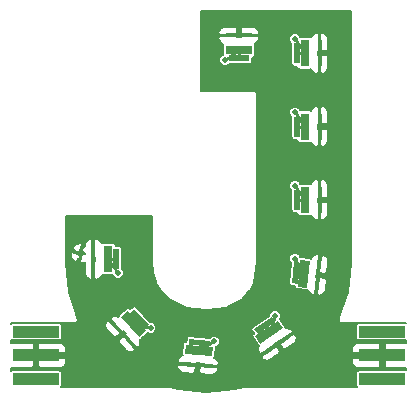
<source format=gtl>
G04 #@! TF.FileFunction,Copper,L1,Top,Signal*
%FSLAX46Y46*%
G04 Gerber Fmt 4.6, Leading zero omitted, Abs format (unit mm)*
G04 Created by KiCad (PCBNEW 4.0.0-rc2-stable) date 3/3/2016 3:45:09 PM*
%MOMM*%
G01*
G04 APERTURE LIST*
%ADD10C,0.150000*%
%ADD11R,0.500000X1.800000*%
%ADD12R,0.320000X2.300000*%
%ADD13R,0.800000X2.300000*%
%ADD14C,0.500000*%
%ADD15R,1.800000X0.500000*%
%ADD16R,2.300000X0.320000*%
%ADD17R,2.300000X0.800000*%
%ADD18R,4.000000X1.000000*%
%ADD19C,0.600000*%
%ADD20C,0.254000*%
%ADD21C,0.152400*%
G04 APERTURE END LIST*
D10*
D11*
X55799590Y-40035686D03*
D12*
X53899590Y-40035686D03*
D13*
X55149590Y-40035686D03*
D14*
X55999590Y-41235686D03*
D10*
G36*
X57367855Y-44275490D02*
X58581651Y-45604663D01*
X58212437Y-45941828D01*
X56998641Y-44612655D01*
X57367855Y-44275490D01*
X57367855Y-44275490D01*
G37*
G36*
X55729799Y-45432801D02*
X57280760Y-47131189D01*
X57044463Y-47346975D01*
X55493502Y-45648587D01*
X55729799Y-45432801D01*
X55729799Y-45432801D01*
G37*
G36*
X56830058Y-44428048D02*
X58381019Y-46126435D01*
X57790276Y-46665900D01*
X56239315Y-44967513D01*
X56830058Y-44428048D01*
X56830058Y-44428048D01*
G37*
D14*
X58747029Y-45859908D03*
D10*
G36*
X62013594Y-46795943D02*
X63808175Y-46935511D01*
X63769406Y-47434005D01*
X61974825Y-47294437D01*
X62013594Y-46795943D01*
X62013594Y-46795943D01*
G37*
G36*
X61610046Y-48760566D02*
X63903122Y-48938903D01*
X63878310Y-49257940D01*
X61585234Y-49079603D01*
X61610046Y-48760566D01*
X61610046Y-48760566D01*
G37*
G36*
X61725577Y-47275053D02*
X64018653Y-47453390D01*
X63956623Y-48250981D01*
X61663547Y-48072644D01*
X61725577Y-47275053D01*
X61725577Y-47275053D01*
G37*
D14*
X64103395Y-47008621D03*
D10*
G36*
X67511245Y-45982797D02*
X68997921Y-44968009D01*
X69279807Y-45380975D01*
X67793131Y-46395763D01*
X67511245Y-45982797D01*
X67511245Y-45982797D01*
G37*
G36*
X68426667Y-47767343D02*
X70326308Y-46470669D01*
X70506715Y-46734967D01*
X68607074Y-48031641D01*
X68426667Y-47767343D01*
X68426667Y-47767343D01*
G37*
G36*
X67586648Y-46536705D02*
X69486289Y-45240032D01*
X69937306Y-45900777D01*
X68037665Y-47197450D01*
X67586648Y-46536705D01*
X67586648Y-46536705D01*
G37*
D14*
X69273889Y-44840174D03*
D10*
G36*
X70707228Y-42079476D02*
X70881199Y-40287903D01*
X71378858Y-40336228D01*
X71204887Y-42127801D01*
X70707228Y-42079476D01*
X70707228Y-42079476D01*
G37*
G36*
X72663749Y-42520641D02*
X72886045Y-40231409D01*
X73204547Y-40262337D01*
X72982251Y-42551569D01*
X72663749Y-42520641D01*
X72663749Y-42520641D01*
G37*
G36*
X71180724Y-42376631D02*
X71403021Y-40087399D01*
X72199276Y-40164719D01*
X71976979Y-42453951D01*
X71180724Y-42376631D01*
X71180724Y-42376631D01*
G37*
D14*
X70959961Y-39994140D03*
D11*
X71143080Y-35021465D03*
D12*
X73043080Y-35021465D03*
D13*
X71793080Y-35021465D03*
D14*
X70943080Y-33821465D03*
D11*
X71143080Y-28815262D03*
D12*
X73043080Y-28815262D03*
D13*
X71793080Y-28815262D03*
D14*
X70943080Y-27615262D03*
D11*
X71143080Y-22609060D03*
D12*
X73043080Y-22609060D03*
D13*
X71793080Y-22609060D03*
D14*
X70943080Y-21409060D03*
D15*
X66223305Y-23004706D03*
D16*
X66223305Y-21104706D03*
D17*
X66223305Y-22354706D03*
D14*
X65023305Y-23204706D03*
D18*
X78367330Y-50192207D03*
X78367330Y-48192207D03*
X78367330Y-46192207D03*
D19*
X77367330Y-50192207D03*
X77367330Y-48192207D03*
X77367330Y-46192207D03*
D18*
X49020836Y-46192207D03*
X49020836Y-48192207D03*
X49020836Y-50192207D03*
D19*
X50020836Y-46192207D03*
X50020836Y-48192207D03*
X50020836Y-50192207D03*
D14*
X52822855Y-39559970D03*
D20*
X55800000Y-40040000D02*
X55150000Y-40040000D01*
X55800000Y-40040000D02*
X55150000Y-40040000D01*
X55800000Y-40040000D02*
X55150000Y-40040000D01*
X55800000Y-40040000D02*
X55150000Y-40040000D01*
X55800000Y-40040000D02*
X55150000Y-40040000D01*
X55800000Y-40040000D02*
X55150000Y-40040000D01*
X55800000Y-40040000D02*
X55150000Y-40040000D01*
X55800000Y-40040000D02*
X55150000Y-40040000D01*
X55800000Y-40040000D02*
X55150000Y-40040000D01*
X55150000Y-40040000D02*
X56000000Y-41240000D01*
X55150000Y-40040000D02*
X56000000Y-41240000D01*
X55150000Y-40040000D02*
X56000000Y-41240000D01*
X55150000Y-40040000D02*
X56000000Y-41240000D01*
X55150000Y-40040000D02*
X56000000Y-41240000D01*
X55150000Y-40040000D02*
X56000000Y-41240000D01*
X55150000Y-40040000D02*
X56000000Y-41240000D01*
X55150000Y-40040000D02*
X56000000Y-41240000D01*
X55150000Y-40040000D02*
X56000000Y-41240000D01*
X57790000Y-45110000D02*
X57310000Y-45550000D01*
X57790000Y-45110000D02*
X57310000Y-45550000D01*
X57790000Y-45110000D02*
X57310000Y-45550000D01*
X57790000Y-45110000D02*
X57310000Y-45550000D01*
X57790000Y-45110000D02*
X57310000Y-45550000D01*
X57790000Y-45110000D02*
X57310000Y-45550000D01*
X57790000Y-45110000D02*
X57310000Y-45550000D01*
X57790000Y-45110000D02*
X57310000Y-45550000D01*
X57790000Y-45110000D02*
X57310000Y-45550000D01*
X57310000Y-45550000D02*
X58750000Y-45860000D01*
X57310000Y-45550000D02*
X58750000Y-45860000D01*
X57310000Y-45550000D02*
X58750000Y-45860000D01*
X57310000Y-45550000D02*
X58750000Y-45860000D01*
X57310000Y-45550000D02*
X58750000Y-45860000D01*
X57310000Y-45550000D02*
X58750000Y-45860000D01*
X57310000Y-45550000D02*
X58750000Y-45860000D01*
X57310000Y-45550000D02*
X58750000Y-45860000D01*
X57310000Y-45550000D02*
X58750000Y-45860000D01*
X62890000Y-47110000D02*
X62840000Y-47760000D01*
X62890000Y-47110000D02*
X62840000Y-47760000D01*
X62890000Y-47110000D02*
X62840000Y-47760000D01*
X62890000Y-47110000D02*
X62840000Y-47760000D01*
X62890000Y-47110000D02*
X62840000Y-47760000D01*
X62890000Y-47110000D02*
X62840000Y-47760000D01*
X62890000Y-47110000D02*
X62840000Y-47760000D01*
X62890000Y-47110000D02*
X62840000Y-47760000D01*
X62890000Y-47110000D02*
X62840000Y-47760000D01*
X62840000Y-47760000D02*
X64100000Y-47010000D01*
X62840000Y-47760000D02*
X64100000Y-47010000D01*
X62840000Y-47760000D02*
X64100000Y-47010000D01*
X62840000Y-47760000D02*
X64100000Y-47010000D01*
X62840000Y-47760000D02*
X64100000Y-47010000D01*
X62840000Y-47760000D02*
X64100000Y-47010000D01*
X62840000Y-47760000D02*
X64100000Y-47010000D01*
X62840000Y-47760000D02*
X64100000Y-47010000D01*
X62840000Y-47760000D02*
X64100000Y-47010000D01*
X68400000Y-45680000D02*
X68760000Y-46220000D01*
X68400000Y-45680000D02*
X68760000Y-46220000D01*
X68400000Y-45680000D02*
X68760000Y-46220000D01*
X68400000Y-45680000D02*
X68760000Y-46220000D01*
X68400000Y-45680000D02*
X68760000Y-46220000D01*
X68400000Y-45680000D02*
X68760000Y-46220000D01*
X68400000Y-45680000D02*
X68760000Y-46220000D01*
X68400000Y-45680000D02*
X68760000Y-46220000D01*
X68400000Y-45680000D02*
X68760000Y-46220000D01*
X68760000Y-46220000D02*
X69270000Y-44840000D01*
X68760000Y-46220000D02*
X69270000Y-44840000D01*
X68760000Y-46220000D02*
X69270000Y-44840000D01*
X68760000Y-46220000D02*
X69270000Y-44840000D01*
X68760000Y-46220000D02*
X69270000Y-44840000D01*
X68760000Y-46220000D02*
X69270000Y-44840000D01*
X68760000Y-46220000D02*
X69270000Y-44840000D01*
X68760000Y-46220000D02*
X69270000Y-44840000D01*
X68760000Y-46220000D02*
X69270000Y-44840000D01*
X71040000Y-41210000D02*
X71690000Y-41270000D01*
X71040000Y-41210000D02*
X71690000Y-41270000D01*
X71040000Y-41210000D02*
X71690000Y-41270000D01*
X71040000Y-41210000D02*
X71690000Y-41270000D01*
X71040000Y-41210000D02*
X71690000Y-41270000D01*
X71040000Y-41210000D02*
X71690000Y-41270000D01*
X71040000Y-41210000D02*
X71690000Y-41270000D01*
X71040000Y-41210000D02*
X71690000Y-41270000D01*
X71040000Y-41210000D02*
X71690000Y-41270000D01*
X71690000Y-41270000D02*
X70960000Y-39990000D01*
X71690000Y-41270000D02*
X70960000Y-39990000D01*
X71690000Y-41270000D02*
X70960000Y-39990000D01*
X71690000Y-41270000D02*
X70960000Y-39990000D01*
X71690000Y-41270000D02*
X70960000Y-39990000D01*
X71690000Y-41270000D02*
X70960000Y-39990000D01*
X71690000Y-41270000D02*
X70960000Y-39990000D01*
X71690000Y-41270000D02*
X70960000Y-39990000D01*
X71690000Y-41270000D02*
X70960000Y-39990000D01*
X71140000Y-35020000D02*
X71790000Y-35020000D01*
X71140000Y-35020000D02*
X71790000Y-35020000D01*
X71140000Y-35020000D02*
X71790000Y-35020000D01*
X71140000Y-35020000D02*
X71790000Y-35020000D01*
X71140000Y-35020000D02*
X71790000Y-35020000D01*
X71140000Y-35020000D02*
X71790000Y-35020000D01*
X71140000Y-35020000D02*
X71790000Y-35020000D01*
X71140000Y-35020000D02*
X71790000Y-35020000D01*
X71140000Y-35020000D02*
X71790000Y-35020000D01*
X71790000Y-35020000D02*
X70940000Y-33820000D01*
X71790000Y-35020000D02*
X70940000Y-33820000D01*
X71790000Y-35020000D02*
X70940000Y-33820000D01*
X71790000Y-35020000D02*
X70940000Y-33820000D01*
X71790000Y-35020000D02*
X70940000Y-33820000D01*
X71790000Y-35020000D02*
X70940000Y-33820000D01*
X71790000Y-35020000D02*
X70940000Y-33820000D01*
X71790000Y-35020000D02*
X70940000Y-33820000D01*
X71790000Y-35020000D02*
X70940000Y-33820000D01*
X71140000Y-28820000D02*
X71790000Y-28820000D01*
X71140000Y-28820000D02*
X71790000Y-28820000D01*
X71140000Y-28820000D02*
X71790000Y-28820000D01*
X71140000Y-28820000D02*
X71790000Y-28820000D01*
X71140000Y-28820000D02*
X71790000Y-28820000D01*
X71140000Y-28820000D02*
X71790000Y-28820000D01*
X71140000Y-28820000D02*
X71790000Y-28820000D01*
X71140000Y-28820000D02*
X71790000Y-28820000D01*
X71140000Y-28820000D02*
X71790000Y-28820000D01*
X71790000Y-28820000D02*
X70940000Y-27620000D01*
X71790000Y-28820000D02*
X70940000Y-27620000D01*
X71790000Y-28820000D02*
X70940000Y-27620000D01*
X71790000Y-28820000D02*
X70940000Y-27620000D01*
X71790000Y-28820000D02*
X70940000Y-27620000D01*
X71790000Y-28820000D02*
X70940000Y-27620000D01*
X71790000Y-28820000D02*
X70940000Y-27620000D01*
X71790000Y-28820000D02*
X70940000Y-27620000D01*
X71790000Y-28820000D02*
X70940000Y-27620000D01*
X71140000Y-22610000D02*
X71790000Y-22610000D01*
X71140000Y-22610000D02*
X71790000Y-22610000D01*
X71140000Y-22610000D02*
X71790000Y-22610000D01*
X71140000Y-22610000D02*
X71790000Y-22610000D01*
X71140000Y-22610000D02*
X71790000Y-22610000D01*
X71140000Y-22610000D02*
X71790000Y-22610000D01*
X71140000Y-22610000D02*
X71790000Y-22610000D01*
X71140000Y-22610000D02*
X71790000Y-22610000D01*
X71140000Y-22610000D02*
X71790000Y-22610000D01*
X71790000Y-22610000D02*
X70940000Y-21410000D01*
X71790000Y-22610000D02*
X70940000Y-21410000D01*
X71790000Y-22610000D02*
X70940000Y-21410000D01*
X71790000Y-22610000D02*
X70940000Y-21410000D01*
X71790000Y-22610000D02*
X70940000Y-21410000D01*
X71790000Y-22610000D02*
X70940000Y-21410000D01*
X71790000Y-22610000D02*
X70940000Y-21410000D01*
X71790000Y-22610000D02*
X70940000Y-21410000D01*
X71790000Y-22610000D02*
X70940000Y-21410000D01*
X66220000Y-23000000D02*
X66220000Y-22350000D01*
X66220000Y-23000000D02*
X66220000Y-22350000D01*
X66220000Y-23000000D02*
X66220000Y-22350000D01*
X66220000Y-23000000D02*
X66220000Y-22350000D01*
X66220000Y-23000000D02*
X66220000Y-22350000D01*
X66220000Y-23000000D02*
X66220000Y-22350000D01*
X66220000Y-23000000D02*
X66220000Y-22350000D01*
X66220000Y-23000000D02*
X66220000Y-22350000D01*
X66220000Y-23000000D02*
X66220000Y-22350000D01*
X66220000Y-22350000D02*
X65020000Y-23200000D01*
X66220000Y-22350000D02*
X65020000Y-23200000D01*
X66220000Y-22350000D02*
X65020000Y-23200000D01*
X66220000Y-22350000D02*
X65020000Y-23200000D01*
X66220000Y-22350000D02*
X65020000Y-23200000D01*
X66220000Y-22350000D02*
X65020000Y-23200000D01*
X66220000Y-22350000D02*
X65020000Y-23200000D01*
X66220000Y-22350000D02*
X65020000Y-23200000D01*
X66220000Y-22350000D02*
X65020000Y-23200000D01*
D21*
G36*
X75701400Y-40346108D02*
X75456025Y-42799863D01*
X74708338Y-44965240D01*
X74688191Y-44995461D01*
X74677773Y-45020687D01*
X74662607Y-45043384D01*
X74657226Y-45070438D01*
X74646696Y-45095934D01*
X74646725Y-45123231D01*
X74641400Y-45150000D01*
X74646781Y-45177053D01*
X74646810Y-45204638D01*
X74657282Y-45229845D01*
X74662607Y-45256616D01*
X74677931Y-45279550D01*
X74688514Y-45305024D01*
X74707835Y-45324305D01*
X74723000Y-45347000D01*
X74745937Y-45362326D01*
X74765461Y-45381809D01*
X74790687Y-45392227D01*
X74813384Y-45407393D01*
X74840438Y-45412774D01*
X74865934Y-45423304D01*
X74893231Y-45423275D01*
X74920000Y-45428600D01*
X80401400Y-45428600D01*
X80401400Y-45466028D01*
X80367330Y-45459129D01*
X76367330Y-45459129D01*
X76282616Y-45475069D01*
X76204812Y-45525135D01*
X76152615Y-45601527D01*
X76134252Y-45692207D01*
X76134252Y-46692207D01*
X76150192Y-46776921D01*
X76200258Y-46854725D01*
X76276650Y-46906922D01*
X76367330Y-46925285D01*
X80367330Y-46925285D01*
X80401400Y-46918874D01*
X80401400Y-47108007D01*
X78691180Y-47108007D01*
X78545130Y-47254057D01*
X78545130Y-48014407D01*
X78565130Y-48014407D01*
X78565130Y-48370007D01*
X78545130Y-48370007D01*
X78545130Y-49130357D01*
X78691180Y-49276407D01*
X80401400Y-49276407D01*
X80401400Y-49466028D01*
X80367330Y-49459129D01*
X76367330Y-49459129D01*
X76282616Y-49475069D01*
X76204812Y-49525135D01*
X76152615Y-49601527D01*
X76134252Y-49692207D01*
X76134252Y-50692207D01*
X76150192Y-50776921D01*
X76200258Y-50854725D01*
X76224662Y-50871400D01*
X66690000Y-50871400D01*
X66657336Y-50877897D01*
X66624064Y-50879315D01*
X65865931Y-51063988D01*
X63470044Y-51250553D01*
X61084959Y-51064065D01*
X60347570Y-50879718D01*
X60313476Y-50878059D01*
X60280000Y-50871400D01*
X51164518Y-50871400D01*
X51183354Y-50859279D01*
X51235551Y-50782887D01*
X51253914Y-50692207D01*
X51253914Y-49692207D01*
X51237974Y-49607493D01*
X51187908Y-49529689D01*
X51111516Y-49477492D01*
X51020836Y-49459129D01*
X47020836Y-49459129D01*
X46936122Y-49475069D01*
X46908600Y-49492779D01*
X46908600Y-49276407D01*
X48696986Y-49276407D01*
X48843036Y-49130357D01*
X48843036Y-48370007D01*
X48823036Y-48370007D01*
X48823036Y-48130540D01*
X49121424Y-48130540D01*
X49166289Y-48479424D01*
X49198636Y-48557517D01*
X49198636Y-49130357D01*
X49344686Y-49276407D01*
X51137040Y-49276407D01*
X51351758Y-49187468D01*
X51389066Y-49150160D01*
X60993783Y-49150160D01*
X61065805Y-49371128D01*
X61216907Y-49547714D01*
X61424082Y-49653034D01*
X61655792Y-49671054D01*
X62363599Y-49726102D01*
X62488311Y-49619388D01*
X62875064Y-49619388D01*
X63009349Y-49776323D01*
X63717157Y-49831371D01*
X63948866Y-49849391D01*
X64169834Y-49777369D01*
X64346421Y-49626268D01*
X64451741Y-49419092D01*
X64455630Y-49369088D01*
X64321344Y-49212154D01*
X62915240Y-49102798D01*
X62875064Y-49619388D01*
X62488311Y-49619388D01*
X62520534Y-49591816D01*
X62560710Y-49075226D01*
X61154606Y-48965871D01*
X60997672Y-49100156D01*
X60993783Y-49150160D01*
X51389066Y-49150160D01*
X51516097Y-49023130D01*
X51605036Y-48808412D01*
X51605036Y-48649418D01*
X61032726Y-48649418D01*
X61167012Y-48806352D01*
X62573116Y-48915708D01*
X62579319Y-48835948D01*
X62933849Y-48863521D01*
X62927646Y-48943280D01*
X64333750Y-49052635D01*
X64490684Y-48918350D01*
X64494573Y-48868346D01*
X64422551Y-48647378D01*
X64271449Y-48470792D01*
X64162780Y-48415549D01*
X68161802Y-48415549D01*
X68190078Y-48456973D01*
X68384587Y-48584174D01*
X68612969Y-48627256D01*
X68840452Y-48579662D01*
X69032406Y-48448637D01*
X69618772Y-48048390D01*
X69657060Y-47845424D01*
X69364942Y-47417468D01*
X68200090Y-48212583D01*
X68161802Y-48415549D01*
X64162780Y-48415549D01*
X64130588Y-48399184D01*
X64163660Y-48358037D01*
X64188999Y-48269053D01*
X64251029Y-47471462D01*
X64250405Y-47465724D01*
X64374146Y-47414595D01*
X64508895Y-47280080D01*
X64581911Y-47104238D01*
X64582078Y-46913839D01*
X64509369Y-46737870D01*
X64374854Y-46603121D01*
X64199012Y-46530105D01*
X64008613Y-46529938D01*
X63832644Y-46602647D01*
X63738794Y-46696334D01*
X62031666Y-46563567D01*
X61945972Y-46572890D01*
X61864519Y-46616772D01*
X61806557Y-46688887D01*
X61781218Y-46777871D01*
X61760521Y-47043989D01*
X61743649Y-47042677D01*
X61657954Y-47052000D01*
X61576502Y-47095883D01*
X61518540Y-47167997D01*
X61493201Y-47256981D01*
X61431171Y-48054572D01*
X61440494Y-48140266D01*
X61468502Y-48192253D01*
X61318522Y-48241137D01*
X61141935Y-48392238D01*
X61036615Y-48599414D01*
X61032726Y-48649418D01*
X51605036Y-48649418D01*
X51605036Y-48516057D01*
X51458986Y-48370007D01*
X50888756Y-48370007D01*
X50920248Y-48253874D01*
X50889454Y-48014407D01*
X51458986Y-48014407D01*
X51605036Y-47868357D01*
X51605036Y-47576002D01*
X51516097Y-47361284D01*
X51351758Y-47196946D01*
X51192225Y-47130865D01*
X56055974Y-47130865D01*
X56534712Y-47655110D01*
X56691433Y-47826727D01*
X56901899Y-47925307D01*
X57134070Y-47935841D01*
X57352598Y-47856726D01*
X57389634Y-47822904D01*
X57398995Y-47616571D01*
X56447953Y-46575127D01*
X56065336Y-46924532D01*
X56055974Y-47130865D01*
X51192225Y-47130865D01*
X51137040Y-47108007D01*
X49344686Y-47108007D01*
X49198636Y-47254057D01*
X49198636Y-47845809D01*
X49121424Y-48130540D01*
X48823036Y-48130540D01*
X48823036Y-48014407D01*
X48843036Y-48014407D01*
X48843036Y-47254057D01*
X48696986Y-47108007D01*
X46908600Y-47108007D01*
X46908600Y-46892193D01*
X46930156Y-46906922D01*
X47020836Y-46925285D01*
X51020836Y-46925285D01*
X51105550Y-46909345D01*
X51183354Y-46859279D01*
X51235551Y-46782887D01*
X51253914Y-46692207D01*
X51253914Y-45738195D01*
X54904636Y-45738195D01*
X54983751Y-45956723D01*
X55140472Y-46128341D01*
X55619210Y-46652585D01*
X55825544Y-46661946D01*
X56208161Y-46312542D01*
X55257118Y-45271098D01*
X55050784Y-45261737D01*
X55013748Y-45295558D01*
X54915169Y-45506024D01*
X54904636Y-45738195D01*
X51253914Y-45738195D01*
X51253914Y-45692207D01*
X51237974Y-45607493D01*
X51187908Y-45529689D01*
X51111516Y-45477492D01*
X51020836Y-45459129D01*
X47020836Y-45459129D01*
X46936122Y-45475069D01*
X46908600Y-45492779D01*
X46908600Y-45428600D01*
X52320000Y-45428600D01*
X52346769Y-45423275D01*
X52374066Y-45423304D01*
X52399562Y-45412774D01*
X52426616Y-45407393D01*
X52449313Y-45392227D01*
X52474539Y-45381809D01*
X52494063Y-45362326D01*
X52517000Y-45347000D01*
X52532165Y-45324305D01*
X52551486Y-45305024D01*
X52562069Y-45279550D01*
X52577393Y-45256616D01*
X52582718Y-45229845D01*
X52593190Y-45204638D01*
X52593219Y-45177053D01*
X52595973Y-45163205D01*
X55375267Y-45163205D01*
X56326309Y-46204649D01*
X56385383Y-46150702D01*
X56625176Y-46413287D01*
X56566101Y-46467234D01*
X57517144Y-47508678D01*
X57723478Y-47518039D01*
X57760514Y-47484218D01*
X57859093Y-47273752D01*
X57869626Y-47041581D01*
X57815834Y-46893000D01*
X57868104Y-46885600D01*
X57947448Y-46838012D01*
X58538191Y-46298547D01*
X58542280Y-46293109D01*
X58651412Y-46338424D01*
X58841811Y-46338591D01*
X59017780Y-46265882D01*
X59152529Y-46131367D01*
X59195055Y-46028951D01*
X67282782Y-46028951D01*
X67318739Y-46114200D01*
X67469222Y-46334659D01*
X67455245Y-46344199D01*
X67394264Y-46405123D01*
X67358228Y-46490338D01*
X67358185Y-46582859D01*
X67394142Y-46668108D01*
X67845159Y-47328853D01*
X67906083Y-47389834D01*
X67960471Y-47412834D01*
X67874134Y-47544856D01*
X67831051Y-47773237D01*
X67878645Y-48000721D01*
X67906921Y-48042145D01*
X68109887Y-48080434D01*
X69274739Y-47285319D01*
X69229637Y-47219244D01*
X69232937Y-47216991D01*
X69658643Y-47216991D01*
X69950761Y-47644947D01*
X70153727Y-47683236D01*
X70310825Y-47576002D01*
X75783130Y-47576002D01*
X75783130Y-47868357D01*
X75929180Y-48014407D01*
X76499410Y-48014407D01*
X76467918Y-48130540D01*
X76498712Y-48370007D01*
X75929180Y-48370007D01*
X75783130Y-48516057D01*
X75783130Y-48808412D01*
X75872069Y-49023130D01*
X76036408Y-49187468D01*
X76251126Y-49276407D01*
X78043480Y-49276407D01*
X78189530Y-49130357D01*
X78189530Y-48538605D01*
X78266742Y-48253874D01*
X78221877Y-47904990D01*
X78189530Y-47826897D01*
X78189530Y-47254057D01*
X78043480Y-47108007D01*
X76251126Y-47108007D01*
X76036408Y-47196946D01*
X75872069Y-47361284D01*
X75783130Y-47576002D01*
X70310825Y-47576002D01*
X70740093Y-47282989D01*
X70932047Y-47151964D01*
X71059248Y-46957454D01*
X71102331Y-46729073D01*
X71054737Y-46501589D01*
X71026461Y-46460165D01*
X70823495Y-46421876D01*
X69658643Y-47216991D01*
X69232937Y-47216991D01*
X69523338Y-47018767D01*
X69568440Y-47084842D01*
X70733292Y-46289727D01*
X70771580Y-46086761D01*
X70743304Y-46045337D01*
X70548795Y-45918136D01*
X70320413Y-45875054D01*
X70165744Y-45907414D01*
X70165769Y-45854623D01*
X70129812Y-45769374D01*
X69679940Y-45110306D01*
X69752405Y-44935791D01*
X69752572Y-44745392D01*
X69679863Y-44569423D01*
X69545348Y-44434674D01*
X69369506Y-44361658D01*
X69179107Y-44361491D01*
X69003138Y-44434200D01*
X68868389Y-44568715D01*
X68795373Y-44744557D01*
X68795303Y-44824113D01*
X67379842Y-45790291D01*
X67318861Y-45851215D01*
X67282825Y-45936430D01*
X67282782Y-46028951D01*
X59195055Y-46028951D01*
X59225545Y-45955525D01*
X59225712Y-45765126D01*
X59153003Y-45589157D01*
X59018488Y-45454408D01*
X58842646Y-45381392D01*
X58693282Y-45381261D01*
X57539967Y-44118318D01*
X57471071Y-44066512D01*
X57381635Y-44042820D01*
X57290027Y-44055790D01*
X57210683Y-44103378D01*
X57013581Y-44283371D01*
X57002170Y-44270876D01*
X56933274Y-44219070D01*
X56843838Y-44195378D01*
X56752230Y-44208348D01*
X56672886Y-44255936D01*
X56082143Y-44795401D01*
X56030337Y-44864297D01*
X56015216Y-44921380D01*
X55872363Y-44854469D01*
X55640192Y-44843935D01*
X55421664Y-44923050D01*
X55384628Y-44956872D01*
X55375267Y-45163205D01*
X52595973Y-45163205D01*
X52598600Y-45150000D01*
X52593275Y-45123231D01*
X52593304Y-45095934D01*
X52582774Y-45070438D01*
X52577393Y-45043384D01*
X52562227Y-45020687D01*
X52551809Y-44995461D01*
X52533568Y-44968100D01*
X51844485Y-42803797D01*
X51608600Y-40346658D01*
X51608600Y-39551822D01*
X51972350Y-39551822D01*
X52033973Y-39877916D01*
X52120792Y-40010583D01*
X52096761Y-40034614D01*
X52211801Y-40149654D01*
X52215696Y-40155606D01*
X52229793Y-40167646D01*
X52348211Y-40286064D01*
X52376296Y-40257979D01*
X52727491Y-40257979D01*
X52814707Y-40410475D01*
X53140801Y-40348852D01*
X53213931Y-40300995D01*
X53155390Y-40359536D01*
X53155390Y-41301890D01*
X53244329Y-41516608D01*
X53408667Y-41680947D01*
X53623385Y-41769886D01*
X53673540Y-41769886D01*
X53819590Y-41623836D01*
X53819590Y-40213486D01*
X53739590Y-40213486D01*
X53739590Y-39857886D01*
X53819590Y-39857886D01*
X53819590Y-38447536D01*
X53979590Y-38447536D01*
X53979590Y-39857886D01*
X54059590Y-39857886D01*
X54059590Y-40213486D01*
X53979590Y-40213486D01*
X53979590Y-41623836D01*
X54125640Y-41769886D01*
X54175795Y-41769886D01*
X54390513Y-41680947D01*
X54554851Y-41516608D01*
X54615322Y-41370618D01*
X54658910Y-41400401D01*
X54749590Y-41418764D01*
X55549590Y-41418764D01*
X55556828Y-41417402D01*
X55593616Y-41506437D01*
X55728131Y-41641186D01*
X55903973Y-41714202D01*
X56094372Y-41714369D01*
X56270341Y-41641660D01*
X56405090Y-41507145D01*
X56478106Y-41331303D01*
X56478273Y-41140904D01*
X56405564Y-40964935D01*
X56282668Y-40841825D01*
X56282668Y-39135686D01*
X56266728Y-39050972D01*
X56216662Y-38973168D01*
X56140270Y-38920971D01*
X56049590Y-38902608D01*
X55782668Y-38902608D01*
X55782668Y-38885686D01*
X55766728Y-38800972D01*
X55716662Y-38723168D01*
X55640270Y-38670971D01*
X55549590Y-38652608D01*
X54749590Y-38652608D01*
X54664876Y-38668548D01*
X54615218Y-38700503D01*
X54554851Y-38554764D01*
X54390513Y-38390425D01*
X54175795Y-38301486D01*
X54125640Y-38301486D01*
X53979590Y-38447536D01*
X53819590Y-38447536D01*
X53673540Y-38301486D01*
X53623385Y-38301486D01*
X53408667Y-38390425D01*
X53244329Y-38554764D01*
X53155390Y-38769482D01*
X53155390Y-38941040D01*
X53138571Y-38992804D01*
X52836996Y-39294379D01*
X52990656Y-39448039D01*
X52980364Y-39479715D01*
X53042531Y-39499914D01*
X53088446Y-39545829D01*
X53111841Y-39522434D01*
X53155390Y-39536584D01*
X53155390Y-39641055D01*
X53088446Y-39574111D01*
X52934786Y-39727771D01*
X52903110Y-39717479D01*
X52882911Y-39779646D01*
X52836996Y-39825561D01*
X52860391Y-39848956D01*
X52727491Y-40257979D01*
X52376296Y-40257979D01*
X52423936Y-40210339D01*
X52489727Y-40180725D01*
X52507139Y-40127136D01*
X52808714Y-39825561D01*
X52655054Y-39671901D01*
X52665346Y-39640225D01*
X52603179Y-39620026D01*
X52557264Y-39574111D01*
X52533869Y-39597506D01*
X52124846Y-39464606D01*
X51972350Y-39551822D01*
X51608600Y-39551822D01*
X51608600Y-39085326D01*
X52096761Y-39085326D01*
X52172486Y-39161051D01*
X52202100Y-39226842D01*
X52255689Y-39244254D01*
X52557264Y-39545829D01*
X52710924Y-39392169D01*
X52742600Y-39402461D01*
X52762799Y-39340294D01*
X52808714Y-39294379D01*
X52785319Y-39270984D01*
X52918219Y-38861961D01*
X52831003Y-38709465D01*
X52504909Y-38771088D01*
X52372242Y-38857907D01*
X52348211Y-38833876D01*
X52233171Y-38948916D01*
X52227219Y-38952811D01*
X52215179Y-38966908D01*
X52096761Y-39085326D01*
X51608600Y-39085326D01*
X51608600Y-36418600D01*
X58881400Y-36418600D01*
X58881400Y-40220000D01*
X58883810Y-40232116D01*
X58882470Y-40244398D01*
X58962470Y-41154398D01*
X58970581Y-41182183D01*
X58973430Y-41210983D01*
X59213430Y-42000983D01*
X59228704Y-42029531D01*
X59239221Y-42060155D01*
X59629221Y-42730155D01*
X59652191Y-42756161D01*
X59671201Y-42785184D01*
X60211201Y-43335185D01*
X60246886Y-43359505D01*
X60280463Y-43386654D01*
X61670463Y-44116654D01*
X61715792Y-44130044D01*
X61760369Y-44145767D01*
X63430368Y-44385767D01*
X63470476Y-44383615D01*
X63510583Y-44385628D01*
X65140583Y-44145628D01*
X65188685Y-44128475D01*
X65237211Y-44112469D01*
X66527211Y-43382469D01*
X66561702Y-43352744D01*
X66598019Y-43325326D01*
X67088020Y-42775326D01*
X67106236Y-42744337D01*
X67128441Y-42716075D01*
X67462922Y-42056949D01*
X70475241Y-42056949D01*
X70482919Y-42142807D01*
X70525231Y-42225086D01*
X70596220Y-42284421D01*
X70684701Y-42311463D01*
X70950373Y-42337261D01*
X70948737Y-42354104D01*
X70956415Y-42439962D01*
X70998727Y-42522241D01*
X71069716Y-42581576D01*
X71158197Y-42608618D01*
X71954452Y-42685938D01*
X72040310Y-42678260D01*
X72092824Y-42651255D01*
X72138822Y-42802146D01*
X72286508Y-42981599D01*
X72491624Y-43090875D01*
X72541545Y-43095722D01*
X72682236Y-42979936D01*
X72860278Y-42979936D01*
X72991528Y-43139418D01*
X73041448Y-43144266D01*
X73263757Y-43076496D01*
X73443209Y-42928809D01*
X73552484Y-42723693D01*
X73574947Y-42492372D01*
X73643564Y-41785750D01*
X73512313Y-41626268D01*
X72996589Y-41576189D01*
X72860278Y-42979936D01*
X72682236Y-42979936D01*
X72701027Y-42964472D01*
X72837338Y-41560725D01*
X72757712Y-41552993D01*
X72789829Y-41222253D01*
X73030958Y-41222253D01*
X73546682Y-41272333D01*
X73706164Y-41141083D01*
X73774781Y-40434461D01*
X73797243Y-40203140D01*
X73729474Y-39980832D01*
X73581788Y-39801379D01*
X73376672Y-39692103D01*
X73326751Y-39687256D01*
X73167269Y-39818506D01*
X73030958Y-41222253D01*
X72789829Y-41222253D01*
X72792082Y-41199057D01*
X72871707Y-41206789D01*
X73008018Y-39803042D01*
X72876768Y-39643560D01*
X72826848Y-39638712D01*
X72604539Y-39706482D01*
X72425087Y-39854169D01*
X72350790Y-39993630D01*
X72310284Y-39959774D01*
X72221803Y-39932732D01*
X71425548Y-39855412D01*
X71420666Y-39855849D01*
X71365935Y-39723389D01*
X71231420Y-39588640D01*
X71055578Y-39515624D01*
X70865179Y-39515457D01*
X70689210Y-39588166D01*
X70554461Y-39722681D01*
X70481445Y-39898523D01*
X70481278Y-40088922D01*
X70553987Y-40264891D01*
X70640813Y-40351868D01*
X70475241Y-42056949D01*
X67462922Y-42056949D01*
X67468441Y-42046075D01*
X67479924Y-42005103D01*
X67494896Y-41965277D01*
X67774896Y-40265277D01*
X67774139Y-40242426D01*
X67778600Y-40220000D01*
X67778600Y-33916247D01*
X70464397Y-33916247D01*
X70537106Y-34092216D01*
X70660002Y-34215326D01*
X70660002Y-35921465D01*
X70675942Y-36006179D01*
X70726008Y-36083983D01*
X70802400Y-36136180D01*
X70893080Y-36154543D01*
X71160002Y-36154543D01*
X71160002Y-36171465D01*
X71175942Y-36256179D01*
X71226008Y-36333983D01*
X71302400Y-36386180D01*
X71393080Y-36404543D01*
X72193080Y-36404543D01*
X72277794Y-36388603D01*
X72327452Y-36356648D01*
X72387819Y-36502387D01*
X72552157Y-36666726D01*
X72766875Y-36755665D01*
X72817030Y-36755665D01*
X72963080Y-36609615D01*
X72963080Y-35199265D01*
X73123080Y-35199265D01*
X73123080Y-36609615D01*
X73269130Y-36755665D01*
X73319285Y-36755665D01*
X73534003Y-36666726D01*
X73698341Y-36502387D01*
X73787280Y-36287669D01*
X73787280Y-35345315D01*
X73641230Y-35199265D01*
X73123080Y-35199265D01*
X72963080Y-35199265D01*
X72883080Y-35199265D01*
X72883080Y-34843665D01*
X72963080Y-34843665D01*
X72963080Y-33433315D01*
X73123080Y-33433315D01*
X73123080Y-34843665D01*
X73641230Y-34843665D01*
X73787280Y-34697615D01*
X73787280Y-33755261D01*
X73698341Y-33540543D01*
X73534003Y-33376204D01*
X73319285Y-33287265D01*
X73269130Y-33287265D01*
X73123080Y-33433315D01*
X72963080Y-33433315D01*
X72817030Y-33287265D01*
X72766875Y-33287265D01*
X72552157Y-33376204D01*
X72387819Y-33540543D01*
X72327348Y-33686533D01*
X72283760Y-33656750D01*
X72193080Y-33638387D01*
X71393080Y-33638387D01*
X71385842Y-33639749D01*
X71349054Y-33550714D01*
X71214539Y-33415965D01*
X71038697Y-33342949D01*
X70848298Y-33342782D01*
X70672329Y-33415491D01*
X70537580Y-33550006D01*
X70464564Y-33725848D01*
X70464397Y-33916247D01*
X67778600Y-33916247D01*
X67778600Y-27710044D01*
X70464397Y-27710044D01*
X70537106Y-27886013D01*
X70660002Y-28009123D01*
X70660002Y-29715262D01*
X70675942Y-29799976D01*
X70726008Y-29877780D01*
X70802400Y-29929977D01*
X70893080Y-29948340D01*
X71160002Y-29948340D01*
X71160002Y-29965262D01*
X71175942Y-30049976D01*
X71226008Y-30127780D01*
X71302400Y-30179977D01*
X71393080Y-30198340D01*
X72193080Y-30198340D01*
X72277794Y-30182400D01*
X72327452Y-30150445D01*
X72387819Y-30296184D01*
X72552157Y-30460523D01*
X72766875Y-30549462D01*
X72817030Y-30549462D01*
X72963080Y-30403412D01*
X72963080Y-28993062D01*
X73123080Y-28993062D01*
X73123080Y-30403412D01*
X73269130Y-30549462D01*
X73319285Y-30549462D01*
X73534003Y-30460523D01*
X73698341Y-30296184D01*
X73787280Y-30081466D01*
X73787280Y-29139112D01*
X73641230Y-28993062D01*
X73123080Y-28993062D01*
X72963080Y-28993062D01*
X72883080Y-28993062D01*
X72883080Y-28637462D01*
X72963080Y-28637462D01*
X72963080Y-27227112D01*
X73123080Y-27227112D01*
X73123080Y-28637462D01*
X73641230Y-28637462D01*
X73787280Y-28491412D01*
X73787280Y-27549058D01*
X73698341Y-27334340D01*
X73534003Y-27170001D01*
X73319285Y-27081062D01*
X73269130Y-27081062D01*
X73123080Y-27227112D01*
X72963080Y-27227112D01*
X72817030Y-27081062D01*
X72766875Y-27081062D01*
X72552157Y-27170001D01*
X72387819Y-27334340D01*
X72327348Y-27480330D01*
X72283760Y-27450547D01*
X72193080Y-27432184D01*
X71393080Y-27432184D01*
X71385842Y-27433546D01*
X71349054Y-27344511D01*
X71214539Y-27209762D01*
X71038697Y-27136746D01*
X70848298Y-27136579D01*
X70672329Y-27209288D01*
X70537580Y-27343803D01*
X70464564Y-27519645D01*
X70464397Y-27710044D01*
X67778600Y-27710044D01*
X67778600Y-26090000D01*
X67757393Y-25983384D01*
X67697000Y-25893000D01*
X67606616Y-25832607D01*
X67500000Y-25811400D01*
X63048600Y-25811400D01*
X63048600Y-21330756D01*
X64489105Y-21330756D01*
X64489105Y-21380911D01*
X64578044Y-21595629D01*
X64742383Y-21759967D01*
X64888373Y-21820438D01*
X64858590Y-21864026D01*
X64840227Y-21954706D01*
X64840227Y-22754706D01*
X64841589Y-22761944D01*
X64752554Y-22798732D01*
X64617805Y-22933247D01*
X64544789Y-23109089D01*
X64544622Y-23299488D01*
X64617331Y-23475457D01*
X64751846Y-23610206D01*
X64927688Y-23683222D01*
X65118087Y-23683389D01*
X65294056Y-23610680D01*
X65417166Y-23487784D01*
X67123305Y-23487784D01*
X67208019Y-23471844D01*
X67285823Y-23421778D01*
X67338020Y-23345386D01*
X67356383Y-23254706D01*
X67356383Y-22987784D01*
X67373305Y-22987784D01*
X67458019Y-22971844D01*
X67535823Y-22921778D01*
X67588020Y-22845386D01*
X67606383Y-22754706D01*
X67606383Y-21954706D01*
X67590443Y-21869992D01*
X67558488Y-21820334D01*
X67704227Y-21759967D01*
X67868566Y-21595629D01*
X67906585Y-21503842D01*
X70464397Y-21503842D01*
X70537106Y-21679811D01*
X70660002Y-21802921D01*
X70660002Y-23509060D01*
X70675942Y-23593774D01*
X70726008Y-23671578D01*
X70802400Y-23723775D01*
X70893080Y-23742138D01*
X71160002Y-23742138D01*
X71160002Y-23759060D01*
X71175942Y-23843774D01*
X71226008Y-23921578D01*
X71302400Y-23973775D01*
X71393080Y-23992138D01*
X72193080Y-23992138D01*
X72277794Y-23976198D01*
X72327452Y-23944243D01*
X72387819Y-24089982D01*
X72552157Y-24254321D01*
X72766875Y-24343260D01*
X72817030Y-24343260D01*
X72963080Y-24197210D01*
X72963080Y-22786860D01*
X73123080Y-22786860D01*
X73123080Y-24197210D01*
X73269130Y-24343260D01*
X73319285Y-24343260D01*
X73534003Y-24254321D01*
X73698341Y-24089982D01*
X73787280Y-23875264D01*
X73787280Y-22932910D01*
X73641230Y-22786860D01*
X73123080Y-22786860D01*
X72963080Y-22786860D01*
X72883080Y-22786860D01*
X72883080Y-22431260D01*
X72963080Y-22431260D01*
X72963080Y-21020910D01*
X73123080Y-21020910D01*
X73123080Y-22431260D01*
X73641230Y-22431260D01*
X73787280Y-22285210D01*
X73787280Y-21342856D01*
X73698341Y-21128138D01*
X73534003Y-20963799D01*
X73319285Y-20874860D01*
X73269130Y-20874860D01*
X73123080Y-21020910D01*
X72963080Y-21020910D01*
X72817030Y-20874860D01*
X72766875Y-20874860D01*
X72552157Y-20963799D01*
X72387819Y-21128138D01*
X72327348Y-21274128D01*
X72283760Y-21244345D01*
X72193080Y-21225982D01*
X71393080Y-21225982D01*
X71385842Y-21227344D01*
X71349054Y-21138309D01*
X71214539Y-21003560D01*
X71038697Y-20930544D01*
X70848298Y-20930377D01*
X70672329Y-21003086D01*
X70537580Y-21137601D01*
X70464564Y-21313443D01*
X70464397Y-21503842D01*
X67906585Y-21503842D01*
X67957505Y-21380911D01*
X67957505Y-21330756D01*
X67811455Y-21184706D01*
X66401105Y-21184706D01*
X66401105Y-21264706D01*
X66045505Y-21264706D01*
X66045505Y-21184706D01*
X64635155Y-21184706D01*
X64489105Y-21330756D01*
X63048600Y-21330756D01*
X63048600Y-20828501D01*
X64489105Y-20828501D01*
X64489105Y-20878656D01*
X64635155Y-21024706D01*
X66045505Y-21024706D01*
X66045505Y-20506556D01*
X66401105Y-20506556D01*
X66401105Y-21024706D01*
X67811455Y-21024706D01*
X67957505Y-20878656D01*
X67957505Y-20828501D01*
X67868566Y-20613783D01*
X67704227Y-20449445D01*
X67489509Y-20360506D01*
X66547155Y-20360506D01*
X66401105Y-20506556D01*
X66045505Y-20506556D01*
X65899455Y-20360506D01*
X64957101Y-20360506D01*
X64742383Y-20449445D01*
X64578044Y-20613783D01*
X64489105Y-20828501D01*
X63048600Y-20828501D01*
X63048600Y-18998600D01*
X75701400Y-18998600D01*
X75701400Y-40346108D01*
X75701400Y-40346108D01*
G37*
X75701400Y-40346108D02*
X75456025Y-42799863D01*
X74708338Y-44965240D01*
X74688191Y-44995461D01*
X74677773Y-45020687D01*
X74662607Y-45043384D01*
X74657226Y-45070438D01*
X74646696Y-45095934D01*
X74646725Y-45123231D01*
X74641400Y-45150000D01*
X74646781Y-45177053D01*
X74646810Y-45204638D01*
X74657282Y-45229845D01*
X74662607Y-45256616D01*
X74677931Y-45279550D01*
X74688514Y-45305024D01*
X74707835Y-45324305D01*
X74723000Y-45347000D01*
X74745937Y-45362326D01*
X74765461Y-45381809D01*
X74790687Y-45392227D01*
X74813384Y-45407393D01*
X74840438Y-45412774D01*
X74865934Y-45423304D01*
X74893231Y-45423275D01*
X74920000Y-45428600D01*
X80401400Y-45428600D01*
X80401400Y-45466028D01*
X80367330Y-45459129D01*
X76367330Y-45459129D01*
X76282616Y-45475069D01*
X76204812Y-45525135D01*
X76152615Y-45601527D01*
X76134252Y-45692207D01*
X76134252Y-46692207D01*
X76150192Y-46776921D01*
X76200258Y-46854725D01*
X76276650Y-46906922D01*
X76367330Y-46925285D01*
X80367330Y-46925285D01*
X80401400Y-46918874D01*
X80401400Y-47108007D01*
X78691180Y-47108007D01*
X78545130Y-47254057D01*
X78545130Y-48014407D01*
X78565130Y-48014407D01*
X78565130Y-48370007D01*
X78545130Y-48370007D01*
X78545130Y-49130357D01*
X78691180Y-49276407D01*
X80401400Y-49276407D01*
X80401400Y-49466028D01*
X80367330Y-49459129D01*
X76367330Y-49459129D01*
X76282616Y-49475069D01*
X76204812Y-49525135D01*
X76152615Y-49601527D01*
X76134252Y-49692207D01*
X76134252Y-50692207D01*
X76150192Y-50776921D01*
X76200258Y-50854725D01*
X76224662Y-50871400D01*
X66690000Y-50871400D01*
X66657336Y-50877897D01*
X66624064Y-50879315D01*
X65865931Y-51063988D01*
X63470044Y-51250553D01*
X61084959Y-51064065D01*
X60347570Y-50879718D01*
X60313476Y-50878059D01*
X60280000Y-50871400D01*
X51164518Y-50871400D01*
X51183354Y-50859279D01*
X51235551Y-50782887D01*
X51253914Y-50692207D01*
X51253914Y-49692207D01*
X51237974Y-49607493D01*
X51187908Y-49529689D01*
X51111516Y-49477492D01*
X51020836Y-49459129D01*
X47020836Y-49459129D01*
X46936122Y-49475069D01*
X46908600Y-49492779D01*
X46908600Y-49276407D01*
X48696986Y-49276407D01*
X48843036Y-49130357D01*
X48843036Y-48370007D01*
X48823036Y-48370007D01*
X48823036Y-48130540D01*
X49121424Y-48130540D01*
X49166289Y-48479424D01*
X49198636Y-48557517D01*
X49198636Y-49130357D01*
X49344686Y-49276407D01*
X51137040Y-49276407D01*
X51351758Y-49187468D01*
X51389066Y-49150160D01*
X60993783Y-49150160D01*
X61065805Y-49371128D01*
X61216907Y-49547714D01*
X61424082Y-49653034D01*
X61655792Y-49671054D01*
X62363599Y-49726102D01*
X62488311Y-49619388D01*
X62875064Y-49619388D01*
X63009349Y-49776323D01*
X63717157Y-49831371D01*
X63948866Y-49849391D01*
X64169834Y-49777369D01*
X64346421Y-49626268D01*
X64451741Y-49419092D01*
X64455630Y-49369088D01*
X64321344Y-49212154D01*
X62915240Y-49102798D01*
X62875064Y-49619388D01*
X62488311Y-49619388D01*
X62520534Y-49591816D01*
X62560710Y-49075226D01*
X61154606Y-48965871D01*
X60997672Y-49100156D01*
X60993783Y-49150160D01*
X51389066Y-49150160D01*
X51516097Y-49023130D01*
X51605036Y-48808412D01*
X51605036Y-48649418D01*
X61032726Y-48649418D01*
X61167012Y-48806352D01*
X62573116Y-48915708D01*
X62579319Y-48835948D01*
X62933849Y-48863521D01*
X62927646Y-48943280D01*
X64333750Y-49052635D01*
X64490684Y-48918350D01*
X64494573Y-48868346D01*
X64422551Y-48647378D01*
X64271449Y-48470792D01*
X64162780Y-48415549D01*
X68161802Y-48415549D01*
X68190078Y-48456973D01*
X68384587Y-48584174D01*
X68612969Y-48627256D01*
X68840452Y-48579662D01*
X69032406Y-48448637D01*
X69618772Y-48048390D01*
X69657060Y-47845424D01*
X69364942Y-47417468D01*
X68200090Y-48212583D01*
X68161802Y-48415549D01*
X64162780Y-48415549D01*
X64130588Y-48399184D01*
X64163660Y-48358037D01*
X64188999Y-48269053D01*
X64251029Y-47471462D01*
X64250405Y-47465724D01*
X64374146Y-47414595D01*
X64508895Y-47280080D01*
X64581911Y-47104238D01*
X64582078Y-46913839D01*
X64509369Y-46737870D01*
X64374854Y-46603121D01*
X64199012Y-46530105D01*
X64008613Y-46529938D01*
X63832644Y-46602647D01*
X63738794Y-46696334D01*
X62031666Y-46563567D01*
X61945972Y-46572890D01*
X61864519Y-46616772D01*
X61806557Y-46688887D01*
X61781218Y-46777871D01*
X61760521Y-47043989D01*
X61743649Y-47042677D01*
X61657954Y-47052000D01*
X61576502Y-47095883D01*
X61518540Y-47167997D01*
X61493201Y-47256981D01*
X61431171Y-48054572D01*
X61440494Y-48140266D01*
X61468502Y-48192253D01*
X61318522Y-48241137D01*
X61141935Y-48392238D01*
X61036615Y-48599414D01*
X61032726Y-48649418D01*
X51605036Y-48649418D01*
X51605036Y-48516057D01*
X51458986Y-48370007D01*
X50888756Y-48370007D01*
X50920248Y-48253874D01*
X50889454Y-48014407D01*
X51458986Y-48014407D01*
X51605036Y-47868357D01*
X51605036Y-47576002D01*
X51516097Y-47361284D01*
X51351758Y-47196946D01*
X51192225Y-47130865D01*
X56055974Y-47130865D01*
X56534712Y-47655110D01*
X56691433Y-47826727D01*
X56901899Y-47925307D01*
X57134070Y-47935841D01*
X57352598Y-47856726D01*
X57389634Y-47822904D01*
X57398995Y-47616571D01*
X56447953Y-46575127D01*
X56065336Y-46924532D01*
X56055974Y-47130865D01*
X51192225Y-47130865D01*
X51137040Y-47108007D01*
X49344686Y-47108007D01*
X49198636Y-47254057D01*
X49198636Y-47845809D01*
X49121424Y-48130540D01*
X48823036Y-48130540D01*
X48823036Y-48014407D01*
X48843036Y-48014407D01*
X48843036Y-47254057D01*
X48696986Y-47108007D01*
X46908600Y-47108007D01*
X46908600Y-46892193D01*
X46930156Y-46906922D01*
X47020836Y-46925285D01*
X51020836Y-46925285D01*
X51105550Y-46909345D01*
X51183354Y-46859279D01*
X51235551Y-46782887D01*
X51253914Y-46692207D01*
X51253914Y-45738195D01*
X54904636Y-45738195D01*
X54983751Y-45956723D01*
X55140472Y-46128341D01*
X55619210Y-46652585D01*
X55825544Y-46661946D01*
X56208161Y-46312542D01*
X55257118Y-45271098D01*
X55050784Y-45261737D01*
X55013748Y-45295558D01*
X54915169Y-45506024D01*
X54904636Y-45738195D01*
X51253914Y-45738195D01*
X51253914Y-45692207D01*
X51237974Y-45607493D01*
X51187908Y-45529689D01*
X51111516Y-45477492D01*
X51020836Y-45459129D01*
X47020836Y-45459129D01*
X46936122Y-45475069D01*
X46908600Y-45492779D01*
X46908600Y-45428600D01*
X52320000Y-45428600D01*
X52346769Y-45423275D01*
X52374066Y-45423304D01*
X52399562Y-45412774D01*
X52426616Y-45407393D01*
X52449313Y-45392227D01*
X52474539Y-45381809D01*
X52494063Y-45362326D01*
X52517000Y-45347000D01*
X52532165Y-45324305D01*
X52551486Y-45305024D01*
X52562069Y-45279550D01*
X52577393Y-45256616D01*
X52582718Y-45229845D01*
X52593190Y-45204638D01*
X52593219Y-45177053D01*
X52595973Y-45163205D01*
X55375267Y-45163205D01*
X56326309Y-46204649D01*
X56385383Y-46150702D01*
X56625176Y-46413287D01*
X56566101Y-46467234D01*
X57517144Y-47508678D01*
X57723478Y-47518039D01*
X57760514Y-47484218D01*
X57859093Y-47273752D01*
X57869626Y-47041581D01*
X57815834Y-46893000D01*
X57868104Y-46885600D01*
X57947448Y-46838012D01*
X58538191Y-46298547D01*
X58542280Y-46293109D01*
X58651412Y-46338424D01*
X58841811Y-46338591D01*
X59017780Y-46265882D01*
X59152529Y-46131367D01*
X59195055Y-46028951D01*
X67282782Y-46028951D01*
X67318739Y-46114200D01*
X67469222Y-46334659D01*
X67455245Y-46344199D01*
X67394264Y-46405123D01*
X67358228Y-46490338D01*
X67358185Y-46582859D01*
X67394142Y-46668108D01*
X67845159Y-47328853D01*
X67906083Y-47389834D01*
X67960471Y-47412834D01*
X67874134Y-47544856D01*
X67831051Y-47773237D01*
X67878645Y-48000721D01*
X67906921Y-48042145D01*
X68109887Y-48080434D01*
X69274739Y-47285319D01*
X69229637Y-47219244D01*
X69232937Y-47216991D01*
X69658643Y-47216991D01*
X69950761Y-47644947D01*
X70153727Y-47683236D01*
X70310825Y-47576002D01*
X75783130Y-47576002D01*
X75783130Y-47868357D01*
X75929180Y-48014407D01*
X76499410Y-48014407D01*
X76467918Y-48130540D01*
X76498712Y-48370007D01*
X75929180Y-48370007D01*
X75783130Y-48516057D01*
X75783130Y-48808412D01*
X75872069Y-49023130D01*
X76036408Y-49187468D01*
X76251126Y-49276407D01*
X78043480Y-49276407D01*
X78189530Y-49130357D01*
X78189530Y-48538605D01*
X78266742Y-48253874D01*
X78221877Y-47904990D01*
X78189530Y-47826897D01*
X78189530Y-47254057D01*
X78043480Y-47108007D01*
X76251126Y-47108007D01*
X76036408Y-47196946D01*
X75872069Y-47361284D01*
X75783130Y-47576002D01*
X70310825Y-47576002D01*
X70740093Y-47282989D01*
X70932047Y-47151964D01*
X71059248Y-46957454D01*
X71102331Y-46729073D01*
X71054737Y-46501589D01*
X71026461Y-46460165D01*
X70823495Y-46421876D01*
X69658643Y-47216991D01*
X69232937Y-47216991D01*
X69523338Y-47018767D01*
X69568440Y-47084842D01*
X70733292Y-46289727D01*
X70771580Y-46086761D01*
X70743304Y-46045337D01*
X70548795Y-45918136D01*
X70320413Y-45875054D01*
X70165744Y-45907414D01*
X70165769Y-45854623D01*
X70129812Y-45769374D01*
X69679940Y-45110306D01*
X69752405Y-44935791D01*
X69752572Y-44745392D01*
X69679863Y-44569423D01*
X69545348Y-44434674D01*
X69369506Y-44361658D01*
X69179107Y-44361491D01*
X69003138Y-44434200D01*
X68868389Y-44568715D01*
X68795373Y-44744557D01*
X68795303Y-44824113D01*
X67379842Y-45790291D01*
X67318861Y-45851215D01*
X67282825Y-45936430D01*
X67282782Y-46028951D01*
X59195055Y-46028951D01*
X59225545Y-45955525D01*
X59225712Y-45765126D01*
X59153003Y-45589157D01*
X59018488Y-45454408D01*
X58842646Y-45381392D01*
X58693282Y-45381261D01*
X57539967Y-44118318D01*
X57471071Y-44066512D01*
X57381635Y-44042820D01*
X57290027Y-44055790D01*
X57210683Y-44103378D01*
X57013581Y-44283371D01*
X57002170Y-44270876D01*
X56933274Y-44219070D01*
X56843838Y-44195378D01*
X56752230Y-44208348D01*
X56672886Y-44255936D01*
X56082143Y-44795401D01*
X56030337Y-44864297D01*
X56015216Y-44921380D01*
X55872363Y-44854469D01*
X55640192Y-44843935D01*
X55421664Y-44923050D01*
X55384628Y-44956872D01*
X55375267Y-45163205D01*
X52595973Y-45163205D01*
X52598600Y-45150000D01*
X52593275Y-45123231D01*
X52593304Y-45095934D01*
X52582774Y-45070438D01*
X52577393Y-45043384D01*
X52562227Y-45020687D01*
X52551809Y-44995461D01*
X52533568Y-44968100D01*
X51844485Y-42803797D01*
X51608600Y-40346658D01*
X51608600Y-39551822D01*
X51972350Y-39551822D01*
X52033973Y-39877916D01*
X52120792Y-40010583D01*
X52096761Y-40034614D01*
X52211801Y-40149654D01*
X52215696Y-40155606D01*
X52229793Y-40167646D01*
X52348211Y-40286064D01*
X52376296Y-40257979D01*
X52727491Y-40257979D01*
X52814707Y-40410475D01*
X53140801Y-40348852D01*
X53213931Y-40300995D01*
X53155390Y-40359536D01*
X53155390Y-41301890D01*
X53244329Y-41516608D01*
X53408667Y-41680947D01*
X53623385Y-41769886D01*
X53673540Y-41769886D01*
X53819590Y-41623836D01*
X53819590Y-40213486D01*
X53739590Y-40213486D01*
X53739590Y-39857886D01*
X53819590Y-39857886D01*
X53819590Y-38447536D01*
X53979590Y-38447536D01*
X53979590Y-39857886D01*
X54059590Y-39857886D01*
X54059590Y-40213486D01*
X53979590Y-40213486D01*
X53979590Y-41623836D01*
X54125640Y-41769886D01*
X54175795Y-41769886D01*
X54390513Y-41680947D01*
X54554851Y-41516608D01*
X54615322Y-41370618D01*
X54658910Y-41400401D01*
X54749590Y-41418764D01*
X55549590Y-41418764D01*
X55556828Y-41417402D01*
X55593616Y-41506437D01*
X55728131Y-41641186D01*
X55903973Y-41714202D01*
X56094372Y-41714369D01*
X56270341Y-41641660D01*
X56405090Y-41507145D01*
X56478106Y-41331303D01*
X56478273Y-41140904D01*
X56405564Y-40964935D01*
X56282668Y-40841825D01*
X56282668Y-39135686D01*
X56266728Y-39050972D01*
X56216662Y-38973168D01*
X56140270Y-38920971D01*
X56049590Y-38902608D01*
X55782668Y-38902608D01*
X55782668Y-38885686D01*
X55766728Y-38800972D01*
X55716662Y-38723168D01*
X55640270Y-38670971D01*
X55549590Y-38652608D01*
X54749590Y-38652608D01*
X54664876Y-38668548D01*
X54615218Y-38700503D01*
X54554851Y-38554764D01*
X54390513Y-38390425D01*
X54175795Y-38301486D01*
X54125640Y-38301486D01*
X53979590Y-38447536D01*
X53819590Y-38447536D01*
X53673540Y-38301486D01*
X53623385Y-38301486D01*
X53408667Y-38390425D01*
X53244329Y-38554764D01*
X53155390Y-38769482D01*
X53155390Y-38941040D01*
X53138571Y-38992804D01*
X52836996Y-39294379D01*
X52990656Y-39448039D01*
X52980364Y-39479715D01*
X53042531Y-39499914D01*
X53088446Y-39545829D01*
X53111841Y-39522434D01*
X53155390Y-39536584D01*
X53155390Y-39641055D01*
X53088446Y-39574111D01*
X52934786Y-39727771D01*
X52903110Y-39717479D01*
X52882911Y-39779646D01*
X52836996Y-39825561D01*
X52860391Y-39848956D01*
X52727491Y-40257979D01*
X52376296Y-40257979D01*
X52423936Y-40210339D01*
X52489727Y-40180725D01*
X52507139Y-40127136D01*
X52808714Y-39825561D01*
X52655054Y-39671901D01*
X52665346Y-39640225D01*
X52603179Y-39620026D01*
X52557264Y-39574111D01*
X52533869Y-39597506D01*
X52124846Y-39464606D01*
X51972350Y-39551822D01*
X51608600Y-39551822D01*
X51608600Y-39085326D01*
X52096761Y-39085326D01*
X52172486Y-39161051D01*
X52202100Y-39226842D01*
X52255689Y-39244254D01*
X52557264Y-39545829D01*
X52710924Y-39392169D01*
X52742600Y-39402461D01*
X52762799Y-39340294D01*
X52808714Y-39294379D01*
X52785319Y-39270984D01*
X52918219Y-38861961D01*
X52831003Y-38709465D01*
X52504909Y-38771088D01*
X52372242Y-38857907D01*
X52348211Y-38833876D01*
X52233171Y-38948916D01*
X52227219Y-38952811D01*
X52215179Y-38966908D01*
X52096761Y-39085326D01*
X51608600Y-39085326D01*
X51608600Y-36418600D01*
X58881400Y-36418600D01*
X58881400Y-40220000D01*
X58883810Y-40232116D01*
X58882470Y-40244398D01*
X58962470Y-41154398D01*
X58970581Y-41182183D01*
X58973430Y-41210983D01*
X59213430Y-42000983D01*
X59228704Y-42029531D01*
X59239221Y-42060155D01*
X59629221Y-42730155D01*
X59652191Y-42756161D01*
X59671201Y-42785184D01*
X60211201Y-43335185D01*
X60246886Y-43359505D01*
X60280463Y-43386654D01*
X61670463Y-44116654D01*
X61715792Y-44130044D01*
X61760369Y-44145767D01*
X63430368Y-44385767D01*
X63470476Y-44383615D01*
X63510583Y-44385628D01*
X65140583Y-44145628D01*
X65188685Y-44128475D01*
X65237211Y-44112469D01*
X66527211Y-43382469D01*
X66561702Y-43352744D01*
X66598019Y-43325326D01*
X67088020Y-42775326D01*
X67106236Y-42744337D01*
X67128441Y-42716075D01*
X67462922Y-42056949D01*
X70475241Y-42056949D01*
X70482919Y-42142807D01*
X70525231Y-42225086D01*
X70596220Y-42284421D01*
X70684701Y-42311463D01*
X70950373Y-42337261D01*
X70948737Y-42354104D01*
X70956415Y-42439962D01*
X70998727Y-42522241D01*
X71069716Y-42581576D01*
X71158197Y-42608618D01*
X71954452Y-42685938D01*
X72040310Y-42678260D01*
X72092824Y-42651255D01*
X72138822Y-42802146D01*
X72286508Y-42981599D01*
X72491624Y-43090875D01*
X72541545Y-43095722D01*
X72682236Y-42979936D01*
X72860278Y-42979936D01*
X72991528Y-43139418D01*
X73041448Y-43144266D01*
X73263757Y-43076496D01*
X73443209Y-42928809D01*
X73552484Y-42723693D01*
X73574947Y-42492372D01*
X73643564Y-41785750D01*
X73512313Y-41626268D01*
X72996589Y-41576189D01*
X72860278Y-42979936D01*
X72682236Y-42979936D01*
X72701027Y-42964472D01*
X72837338Y-41560725D01*
X72757712Y-41552993D01*
X72789829Y-41222253D01*
X73030958Y-41222253D01*
X73546682Y-41272333D01*
X73706164Y-41141083D01*
X73774781Y-40434461D01*
X73797243Y-40203140D01*
X73729474Y-39980832D01*
X73581788Y-39801379D01*
X73376672Y-39692103D01*
X73326751Y-39687256D01*
X73167269Y-39818506D01*
X73030958Y-41222253D01*
X72789829Y-41222253D01*
X72792082Y-41199057D01*
X72871707Y-41206789D01*
X73008018Y-39803042D01*
X72876768Y-39643560D01*
X72826848Y-39638712D01*
X72604539Y-39706482D01*
X72425087Y-39854169D01*
X72350790Y-39993630D01*
X72310284Y-39959774D01*
X72221803Y-39932732D01*
X71425548Y-39855412D01*
X71420666Y-39855849D01*
X71365935Y-39723389D01*
X71231420Y-39588640D01*
X71055578Y-39515624D01*
X70865179Y-39515457D01*
X70689210Y-39588166D01*
X70554461Y-39722681D01*
X70481445Y-39898523D01*
X70481278Y-40088922D01*
X70553987Y-40264891D01*
X70640813Y-40351868D01*
X70475241Y-42056949D01*
X67462922Y-42056949D01*
X67468441Y-42046075D01*
X67479924Y-42005103D01*
X67494896Y-41965277D01*
X67774896Y-40265277D01*
X67774139Y-40242426D01*
X67778600Y-40220000D01*
X67778600Y-33916247D01*
X70464397Y-33916247D01*
X70537106Y-34092216D01*
X70660002Y-34215326D01*
X70660002Y-35921465D01*
X70675942Y-36006179D01*
X70726008Y-36083983D01*
X70802400Y-36136180D01*
X70893080Y-36154543D01*
X71160002Y-36154543D01*
X71160002Y-36171465D01*
X71175942Y-36256179D01*
X71226008Y-36333983D01*
X71302400Y-36386180D01*
X71393080Y-36404543D01*
X72193080Y-36404543D01*
X72277794Y-36388603D01*
X72327452Y-36356648D01*
X72387819Y-36502387D01*
X72552157Y-36666726D01*
X72766875Y-36755665D01*
X72817030Y-36755665D01*
X72963080Y-36609615D01*
X72963080Y-35199265D01*
X73123080Y-35199265D01*
X73123080Y-36609615D01*
X73269130Y-36755665D01*
X73319285Y-36755665D01*
X73534003Y-36666726D01*
X73698341Y-36502387D01*
X73787280Y-36287669D01*
X73787280Y-35345315D01*
X73641230Y-35199265D01*
X73123080Y-35199265D01*
X72963080Y-35199265D01*
X72883080Y-35199265D01*
X72883080Y-34843665D01*
X72963080Y-34843665D01*
X72963080Y-33433315D01*
X73123080Y-33433315D01*
X73123080Y-34843665D01*
X73641230Y-34843665D01*
X73787280Y-34697615D01*
X73787280Y-33755261D01*
X73698341Y-33540543D01*
X73534003Y-33376204D01*
X73319285Y-33287265D01*
X73269130Y-33287265D01*
X73123080Y-33433315D01*
X72963080Y-33433315D01*
X72817030Y-33287265D01*
X72766875Y-33287265D01*
X72552157Y-33376204D01*
X72387819Y-33540543D01*
X72327348Y-33686533D01*
X72283760Y-33656750D01*
X72193080Y-33638387D01*
X71393080Y-33638387D01*
X71385842Y-33639749D01*
X71349054Y-33550714D01*
X71214539Y-33415965D01*
X71038697Y-33342949D01*
X70848298Y-33342782D01*
X70672329Y-33415491D01*
X70537580Y-33550006D01*
X70464564Y-33725848D01*
X70464397Y-33916247D01*
X67778600Y-33916247D01*
X67778600Y-27710044D01*
X70464397Y-27710044D01*
X70537106Y-27886013D01*
X70660002Y-28009123D01*
X70660002Y-29715262D01*
X70675942Y-29799976D01*
X70726008Y-29877780D01*
X70802400Y-29929977D01*
X70893080Y-29948340D01*
X71160002Y-29948340D01*
X71160002Y-29965262D01*
X71175942Y-30049976D01*
X71226008Y-30127780D01*
X71302400Y-30179977D01*
X71393080Y-30198340D01*
X72193080Y-30198340D01*
X72277794Y-30182400D01*
X72327452Y-30150445D01*
X72387819Y-30296184D01*
X72552157Y-30460523D01*
X72766875Y-30549462D01*
X72817030Y-30549462D01*
X72963080Y-30403412D01*
X72963080Y-28993062D01*
X73123080Y-28993062D01*
X73123080Y-30403412D01*
X73269130Y-30549462D01*
X73319285Y-30549462D01*
X73534003Y-30460523D01*
X73698341Y-30296184D01*
X73787280Y-30081466D01*
X73787280Y-29139112D01*
X73641230Y-28993062D01*
X73123080Y-28993062D01*
X72963080Y-28993062D01*
X72883080Y-28993062D01*
X72883080Y-28637462D01*
X72963080Y-28637462D01*
X72963080Y-27227112D01*
X73123080Y-27227112D01*
X73123080Y-28637462D01*
X73641230Y-28637462D01*
X73787280Y-28491412D01*
X73787280Y-27549058D01*
X73698341Y-27334340D01*
X73534003Y-27170001D01*
X73319285Y-27081062D01*
X73269130Y-27081062D01*
X73123080Y-27227112D01*
X72963080Y-27227112D01*
X72817030Y-27081062D01*
X72766875Y-27081062D01*
X72552157Y-27170001D01*
X72387819Y-27334340D01*
X72327348Y-27480330D01*
X72283760Y-27450547D01*
X72193080Y-27432184D01*
X71393080Y-27432184D01*
X71385842Y-27433546D01*
X71349054Y-27344511D01*
X71214539Y-27209762D01*
X71038697Y-27136746D01*
X70848298Y-27136579D01*
X70672329Y-27209288D01*
X70537580Y-27343803D01*
X70464564Y-27519645D01*
X70464397Y-27710044D01*
X67778600Y-27710044D01*
X67778600Y-26090000D01*
X67757393Y-25983384D01*
X67697000Y-25893000D01*
X67606616Y-25832607D01*
X67500000Y-25811400D01*
X63048600Y-25811400D01*
X63048600Y-21330756D01*
X64489105Y-21330756D01*
X64489105Y-21380911D01*
X64578044Y-21595629D01*
X64742383Y-21759967D01*
X64888373Y-21820438D01*
X64858590Y-21864026D01*
X64840227Y-21954706D01*
X64840227Y-22754706D01*
X64841589Y-22761944D01*
X64752554Y-22798732D01*
X64617805Y-22933247D01*
X64544789Y-23109089D01*
X64544622Y-23299488D01*
X64617331Y-23475457D01*
X64751846Y-23610206D01*
X64927688Y-23683222D01*
X65118087Y-23683389D01*
X65294056Y-23610680D01*
X65417166Y-23487784D01*
X67123305Y-23487784D01*
X67208019Y-23471844D01*
X67285823Y-23421778D01*
X67338020Y-23345386D01*
X67356383Y-23254706D01*
X67356383Y-22987784D01*
X67373305Y-22987784D01*
X67458019Y-22971844D01*
X67535823Y-22921778D01*
X67588020Y-22845386D01*
X67606383Y-22754706D01*
X67606383Y-21954706D01*
X67590443Y-21869992D01*
X67558488Y-21820334D01*
X67704227Y-21759967D01*
X67868566Y-21595629D01*
X67906585Y-21503842D01*
X70464397Y-21503842D01*
X70537106Y-21679811D01*
X70660002Y-21802921D01*
X70660002Y-23509060D01*
X70675942Y-23593774D01*
X70726008Y-23671578D01*
X70802400Y-23723775D01*
X70893080Y-23742138D01*
X71160002Y-23742138D01*
X71160002Y-23759060D01*
X71175942Y-23843774D01*
X71226008Y-23921578D01*
X71302400Y-23973775D01*
X71393080Y-23992138D01*
X72193080Y-23992138D01*
X72277794Y-23976198D01*
X72327452Y-23944243D01*
X72387819Y-24089982D01*
X72552157Y-24254321D01*
X72766875Y-24343260D01*
X72817030Y-24343260D01*
X72963080Y-24197210D01*
X72963080Y-22786860D01*
X73123080Y-22786860D01*
X73123080Y-24197210D01*
X73269130Y-24343260D01*
X73319285Y-24343260D01*
X73534003Y-24254321D01*
X73698341Y-24089982D01*
X73787280Y-23875264D01*
X73787280Y-22932910D01*
X73641230Y-22786860D01*
X73123080Y-22786860D01*
X72963080Y-22786860D01*
X72883080Y-22786860D01*
X72883080Y-22431260D01*
X72963080Y-22431260D01*
X72963080Y-21020910D01*
X73123080Y-21020910D01*
X73123080Y-22431260D01*
X73641230Y-22431260D01*
X73787280Y-22285210D01*
X73787280Y-21342856D01*
X73698341Y-21128138D01*
X73534003Y-20963799D01*
X73319285Y-20874860D01*
X73269130Y-20874860D01*
X73123080Y-21020910D01*
X72963080Y-21020910D01*
X72817030Y-20874860D01*
X72766875Y-20874860D01*
X72552157Y-20963799D01*
X72387819Y-21128138D01*
X72327348Y-21274128D01*
X72283760Y-21244345D01*
X72193080Y-21225982D01*
X71393080Y-21225982D01*
X71385842Y-21227344D01*
X71349054Y-21138309D01*
X71214539Y-21003560D01*
X71038697Y-20930544D01*
X70848298Y-20930377D01*
X70672329Y-21003086D01*
X70537580Y-21137601D01*
X70464564Y-21313443D01*
X70464397Y-21503842D01*
X67906585Y-21503842D01*
X67957505Y-21380911D01*
X67957505Y-21330756D01*
X67811455Y-21184706D01*
X66401105Y-21184706D01*
X66401105Y-21264706D01*
X66045505Y-21264706D01*
X66045505Y-21184706D01*
X64635155Y-21184706D01*
X64489105Y-21330756D01*
X63048600Y-21330756D01*
X63048600Y-20828501D01*
X64489105Y-20828501D01*
X64489105Y-20878656D01*
X64635155Y-21024706D01*
X66045505Y-21024706D01*
X66045505Y-20506556D01*
X66401105Y-20506556D01*
X66401105Y-21024706D01*
X67811455Y-21024706D01*
X67957505Y-20878656D01*
X67957505Y-20828501D01*
X67868566Y-20613783D01*
X67704227Y-20449445D01*
X67489509Y-20360506D01*
X66547155Y-20360506D01*
X66401105Y-20506556D01*
X66045505Y-20506556D01*
X65899455Y-20360506D01*
X64957101Y-20360506D01*
X64742383Y-20449445D01*
X64578044Y-20613783D01*
X64489105Y-20828501D01*
X63048600Y-20828501D01*
X63048600Y-18998600D01*
X75701400Y-18998600D01*
X75701400Y-40346108D01*
G36*
X77613262Y-48158407D02*
X77579462Y-48192207D01*
X77613262Y-48226007D01*
X77469262Y-48370007D01*
X77265398Y-48370007D01*
X77121398Y-48226007D01*
X77155198Y-48192207D01*
X77121398Y-48158407D01*
X77265398Y-48014407D01*
X77469262Y-48014407D01*
X77613262Y-48158407D01*
X77613262Y-48158407D01*
G37*
X77613262Y-48158407D02*
X77579462Y-48192207D01*
X77613262Y-48226007D01*
X77469262Y-48370007D01*
X77265398Y-48370007D01*
X77121398Y-48226007D01*
X77155198Y-48192207D01*
X77121398Y-48158407D01*
X77265398Y-48014407D01*
X77469262Y-48014407D01*
X77613262Y-48158407D01*
G36*
X50266768Y-48158407D02*
X50232968Y-48192207D01*
X50266768Y-48226007D01*
X50122768Y-48370007D01*
X49918904Y-48370007D01*
X49774904Y-48226007D01*
X49808704Y-48192207D01*
X49774904Y-48158407D01*
X49918904Y-48014407D01*
X50122768Y-48014407D01*
X50266768Y-48158407D01*
X50266768Y-48158407D01*
G37*
X50266768Y-48158407D02*
X50232968Y-48192207D01*
X50266768Y-48226007D01*
X50122768Y-48370007D01*
X49918904Y-48370007D01*
X49774904Y-48226007D01*
X49808704Y-48192207D01*
X49774904Y-48158407D01*
X49918904Y-48014407D01*
X50122768Y-48014407D01*
X50266768Y-48158407D01*
M02*

</source>
